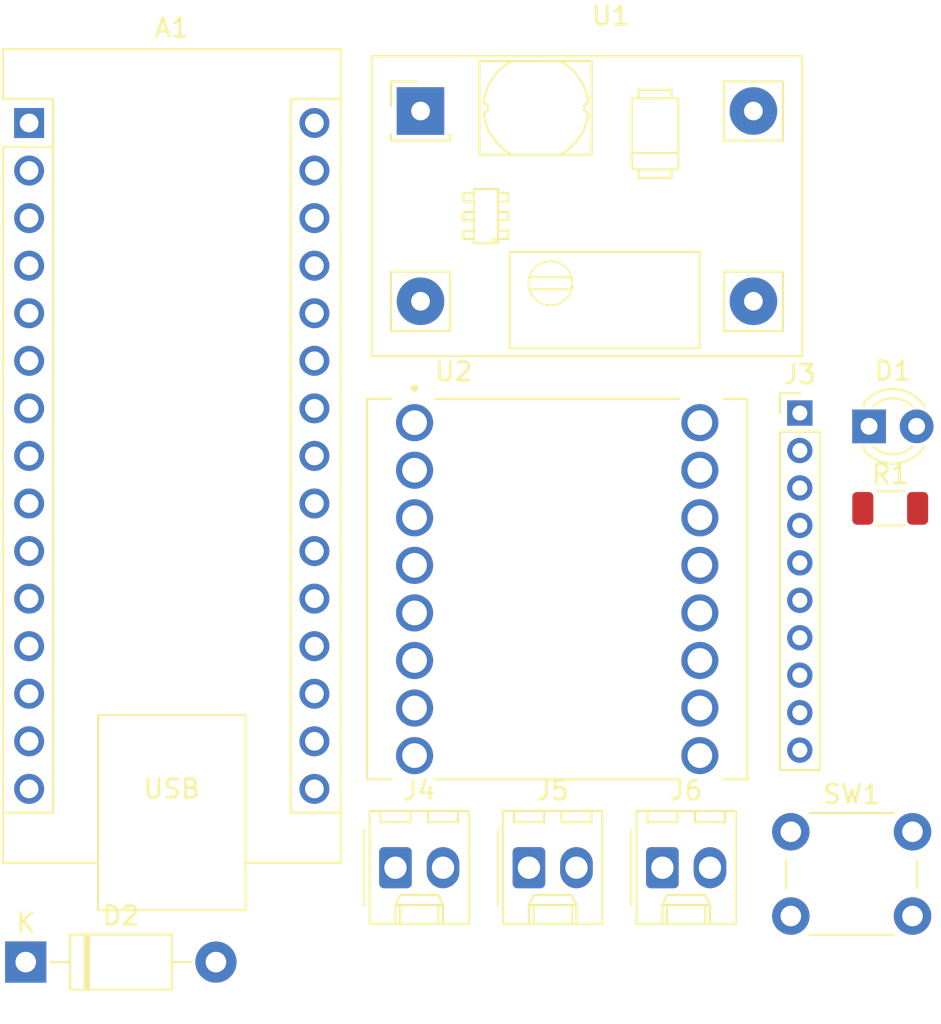
<source format=kicad_pcb>
(kicad_pcb (version 20240108) (generator "pcbnew") (generator_version "8.0")
  (layers (0 "F.Cu" signal) (31 "B.Cu" signal) (34 "B.Paste" user) (35 "F.Paste" user) (36 "B.SilkS" user "B.Silkscreen") (37 "F.SilkS" user "F.Silkscreen") (38 "B.Mask" user) (39 "F.Mask" user) (44 "Edge.Cuts" user))
  (net 0 "")
  (net 1 "Net-(A1-A2)")
  (net 2 "Net-(A1-D3)")
  (net 4 "+7.5V")
  (net 5 "/AIN1")
  (net 6 "Net-(A1-A3)")
  (net 7 "Net-(A1-A5)")
  (net 8 "Net-(A1-A6)")
  (net 12 "Net-(A1-A4)")
  (net 13 "+5V")
  (net 14 "/BIN1")
  (net 15 "GND")
  (net 16 "Net-(A1-A7)")
  (net 18 "Net-(A1-A1)")
  (net 19 "/PWMB")
  (net 20 "Net-(A1-D4)")
  (net 21 "/AIN2")
  (net 22 "/BIN2")
  (net 24 "/PWMA")
  (net 25 "Net-(A1-A0)")
  (net 27 "/STBY")
  (net 30 "Net-(D1-A)")
  (net 31 "Net-(D2-K)")
  (net 32 "Net-(D2-A)")
  (net 33 "Net-(J4-Pin_1)")
  (net 34 "Net-(J4-Pin_2)")
  (net 35 "Net-(J6-Pin_2)")
  (net 36 "Net-(J6-Pin_1)")
  (net 37 "VCC")
  (footprint "Module:Arduino_Nano" (layer "F.Cu") (at 59.31 55.65)
    (property "Reference" "A1" (at 7.62 -5.08 0) (layer "F.SilkS"))
    (property "Value" "Arduino_Nano_v2.x")
    (fp_line (start -1.4 -3.94) (end -1.4 -1.27) (stroke (width 0.12)) (layer "F.SilkS"))
    (fp_line (start -1.4 1.27) (end -1.4 39.5) (stroke (width 0.12)) (layer "F.SilkS"))
    (fp_line (start -1.4 39.5) (end 3.68 39.5) (stroke (width 0.12)) (layer "F.SilkS"))
    (fp_line (start 1.27 -1.27) (end -1.4 -1.27) (stroke (width 0.12)) (layer "F.SilkS"))
    (fp_line (start 1.27 1.27) (end -1.4 1.27) (stroke (width 0.12)) (layer "F.SilkS"))
    (fp_line (start 1.27 1.27) (end 1.27 -1.27) (stroke (width 0.12)) (layer "F.SilkS"))
    (fp_line (start 1.27 1.27) (end 1.27 36.83) (stroke (width 0.12)) (layer "F.SilkS"))
    (fp_line (start 1.27 36.83) (end -1.4 36.83) (stroke (width 0.12)) (layer "F.SilkS"))
    (fp_line (start 3.68 31.62) (end 11.56 31.62) (stroke (width 0.12)) (layer "F.SilkS"))
    (fp_line (start 3.68 42.04) (end 3.68 31.62) (stroke (width 0.12)) (layer "F.SilkS"))
    (fp_line (start 11.56 31.62) (end 11.56 42.04) (stroke (width 0.12)) (layer "F.SilkS"))
    (fp_line (start 11.56 42.04) (end 3.68 42.04) (stroke (width 0.12)) (layer "F.SilkS"))
    (fp_line (start 13.97 -1.27) (end 13.97 36.83) (stroke (width 0.12)) (layer "F.SilkS"))
    (fp_line (start 13.97 -1.27) (end 16.64 -1.27) (stroke (width 0.12)) (layer "F.SilkS"))
    (fp_line (start 13.97 36.83) (end 16.64 36.83) (stroke (width 0.12)) (layer "F.SilkS"))
    (fp_line (start 16.64 -3.94) (end -1.4 -3.94) (stroke (width 0.12)) (layer "F.SilkS"))
    (fp_line (start 16.64 39.5) (end 11.56 39.5) (stroke (width 0.12)) (layer "F.SilkS"))
    (fp_line (start 16.64 39.5) (end 16.64 -3.94) (stroke (width 0.12)) (layer "F.SilkS"))
    (fp_text user "USB" (at 7.62 35.56 0) (layer "F.SilkS"))
    (pad "1" thru_hole rect (at 0 0) (size 1.6 1.6) (drill 1) (layers "*.Cu" "*.Mask"))
    (pad "2" thru_hole oval (at 0 2.54) (size 1.6 1.6) (drill 1) (layers "*.Cu" "*.Mask"))
    (pad "3" thru_hole oval (at 0 5.08) (size 1.6 1.6) (drill 1) (layers "*.Cu" "*.Mask"))
    (pad "4" thru_hole oval (at 0 7.62) (size 1.6 1.6) (drill 1) (layers "*.Cu" "*.Mask") (net 15 "GND"))
    (pad "5" thru_hole oval (at 0 10.16) (size 1.6 1.6) (drill 1) (layers "*.Cu" "*.Mask"))
    (pad "6" thru_hole oval (at 0 12.7) (size 1.6 1.6) (drill 1) (layers "*.Cu" "*.Mask") (net 2 "Net-(A1-D3)"))
    (pad "7" thru_hole oval (at 0 15.24) (size 1.6 1.6) (drill 1) (layers "*.Cu" "*.Mask") (net 20 "Net-(A1-D4)"))
    (pad "8" thru_hole oval (at 0 17.78) (size 1.6 1.6) (drill 1) (layers "*.Cu" "*.Mask"))
    (pad "9" thru_hole oval (at 0 20.32) (size 1.6 1.6) (drill 1) (layers "*.Cu" "*.Mask") (net 24 "/PWMA"))
    (pad "10" thru_hole oval (at 0 22.86) (size 1.6 1.6) (drill 1) (layers "*.Cu" "*.Mask") (net 21 "/AIN2"))
    (pad "11" thru_hole oval (at 0 25.4) (size 1.6 1.6) (drill 1) (layers "*.Cu" "*.Mask") (net 5 "/AIN1"))
    (pad "12" thru_hole oval (at 0 27.94) (size 1.6 1.6) (drill 1) (layers "*.Cu" "*.Mask") (net 14 "/BIN1"))
    (pad "13" thru_hole oval (at 0 30.48) (size 1.6 1.6) (drill 1) (layers "*.Cu" "*.Mask") (net 22 "/BIN2"))
    (pad "14" thru_hole oval (at 0 33.02) (size 1.6 1.6) (drill 1) (layers "*.Cu" "*.Mask") (net 19 "/PWMB"))
    (pad "15" thru_hole oval (at 0 35.56) (size 1.6 1.6) (drill 1) (layers "*.Cu" "*.Mask") (net 27 "/STBY"))
    (pad "16" thru_hole oval (at 15.24 35.56) (size 1.6 1.6) (drill 1) (layers "*.Cu" "*.Mask"))
    (pad "17" thru_hole oval (at 15.24 33.02) (size 1.6 1.6) (drill 1) (layers "*.Cu" "*.Mask"))
    (pad "18" thru_hole oval (at 15.24 30.48) (size 1.6 1.6) (drill 1) (layers "*.Cu" "*.Mask"))
    (pad "19" thru_hole oval (at 15.24 27.94) (size 1.6 1.6) (drill 1) (layers "*.Cu" "*.Mask") (net 25 "Net-(A1-A0)"))
    (pad "20" thru_hole oval (at 15.24 25.4) (size 1.6 1.6) (drill 1) (layers "*.Cu" "*.Mask") (net 18 "Net-(A1-A1)"))
    (pad "21" thru_hole oval (at 15.24 22.86) (size 1.6 1.6) (drill 1) (layers "*.Cu" "*.Mask") (net 1 "Net-(A1-A2)"))
    (pad "22" thru_hole oval (at 15.24 20.32) (size 1.6 1.6) (drill 1) (layers "*.Cu" "*.Mask") (net 6 "Net-(A1-A3)"))
    (pad "23" thru_hole oval (at 15.24 17.78) (size 1.6 1.6) (drill 1) (layers "*.Cu" "*.Mask") (net 12 "Net-(A1-A4)"))
    (pad "24" thru_hole oval (at 15.24 15.24) (size 1.6 1.6) (drill 1) (layers "*.Cu" "*.Mask") (net 7 "Net-(A1-A5)"))
    (pad "25" thru_hole oval (at 15.24 12.7) (size 1.6 1.6) (drill 1) (layers "*.Cu" "*.Mask") (net 8 "Net-(A1-A6)"))
    (pad "26" thru_hole oval (at 15.24 10.16) (size 1.6 1.6) (drill 1) (layers "*.Cu" "*.Mask") (net 16 "Net-(A1-A7)"))
    (pad "27" thru_hole oval (at 15.24 7.62) (size 1.6 1.6) (drill 1) (layers "*.Cu" "*.Mask") (net 13 "+5V"))
    (pad "28" thru_hole oval (at 15.24 5.08) (size 1.6 1.6) (drill 1) (layers "*.Cu" "*.Mask"))
    (pad "29" thru_hole oval (at 15.24 2.54) (size 1.6 1.6) (drill 1) (layers "*.Cu" "*.Mask") (net 15 "GND"))
    (pad "30" thru_hole oval (at 15.24 0) (size 1.6 1.6) (drill 1) (layers "*.Cu" "*.Mask") (net 4 "+7.5V"))
  )
  (footprint "Connector_Molex:Molex_KK-254_AE-6410-02A_1x02_P2.54mm_Vertical" (layer "F.Cu") (at 78.88 95.42)
    (property "Reference" "J4" (at 1.27 -4.12 0) (layer "F.SilkS"))
    (property "Value" "Motor2")
    (fp_line (start -1.67 -2) (end -1.67 2) (stroke (width 0.12)) (layer "F.SilkS"))
    (fp_line (start -1.38 -3.03) (end -1.38 2.99) (stroke (width 0.12)) (layer "F.SilkS"))
    (fp_line (start -1.38 2.99) (end 3.92 2.99) (stroke (width 0.12)) (layer "F.SilkS"))
    (fp_line (start -0.8 -3.03) (end -0.8 -2.43) (stroke (width 0.12)) (layer "F.SilkS"))
    (fp_line (start -0.8 -2.43) (end 0.8 -2.43) (stroke (width 0.12)) (layer "F.SilkS"))
    (fp_line (start 0 1.99) (end 0.25 1.46) (stroke (width 0.12)) (layer "F.SilkS"))
    (fp_line (start 0 1.99) (end 2.54 1.99) (stroke (width 0.12)) (layer "F.SilkS"))
    (fp_line (start 0 2.99) (end 0 1.99) (stroke (width 0.12)) (layer "F.SilkS"))
    (fp_line (start 0.25 1.46) (end 2.29 1.46) (stroke (width 0.12)) (layer "F.SilkS"))
    (fp_line (start 0.25 2.99) (end 0.25 1.99) (stroke (width 0.12)) (layer "F.SilkS"))
    (fp_line (start 0.8 -2.43) (end 0.8 -3.03) (stroke (width 0.12)) (layer "F.SilkS"))
    (fp_line (start 1.74 -3.03) (end 1.74 -2.43) (stroke (width 0.12)) (layer "F.SilkS"))
    (fp_line (start 1.74 -2.43) (end 3.34 -2.43) (stroke (width 0.12)) (layer "F.SilkS"))
    (fp_line (start 2.29 1.46) (end 2.54 1.99) (stroke (width 0.12)) (layer "F.SilkS"))
    (fp_line (start 2.29 2.99) (end 2.29 1.99) (stroke (width 0.12)) (layer "F.SilkS"))
    (fp_line (start 2.54 1.99) (end 2.54 2.99) (stroke (width 0.12)) (layer "F.SilkS"))
    (fp_line (start 3.34 -2.43) (end 3.34 -3.03) (stroke (width 0.12)) (layer "F.SilkS"))
    (fp_line (start 3.92 -3.03) (end -1.38 -3.03) (stroke (width 0.12)) (layer "F.SilkS"))
    (fp_line (start 3.92 2.99) (end 3.92 -3.03) (stroke (width 0.12)) (layer "F.SilkS"))
    (pad "1" thru_hole roundrect (at 0 0) (size 1.74 2.19) (drill 1.19) (layers "*.Cu" "*.Mask") (roundrect_rratio 0.143678) (net 33 "Net-(J4-Pin_1)"))
    (pad "2" thru_hole oval (at 2.54 0) (size 1.74 2.19) (drill 1.19) (layers "*.Cu" "*.Mask") (net 34 "Net-(J4-Pin_2)"))
  )
  (footprint "LED_THT:LED_D3.0mm" (layer "F.Cu") (at 104.18 71.85)
    (property "Reference" "D1" (at 1.27 -2.96 0) (layer "F.SilkS"))
    (property "Value" "LED")
    (fp_line (start -0.29 -1.236) (end -0.29 -1.08) (stroke (width 0.12)) (layer "F.SilkS"))
    (fp_line (start -0.29 1.08) (end -0.29 1.236) (stroke (width 0.12)) (layer "F.SilkS"))
    (fp_arc (start -0.29 -1.235516) (mid 1.365624 -1.987701) (end 2.941397 -1.080061) (stroke (width 0.12)) (layer "F.SilkS"))
    (fp_arc (start 0.229039 -1.08) (mid 1.269965 -1.5) (end 2.31091 -1.080049) (stroke (width 0.12)) (layer "F.SilkS"))
    (fp_arc (start 2.31091 1.080049) (mid 1.269965 1.5) (end 0.229039 1.08) (stroke (width 0.12)) (layer "F.SilkS"))
    (fp_arc (start 2.941397 1.080061) (mid 1.365624 1.987701) (end -0.29 1.235516) (stroke (width 0.12)) (layer "F.SilkS"))
    (pad "1" thru_hole rect (at 0 0) (size 1.8 1.8) (drill 0.9) (layers "*.Cu" "*.Mask") (net 15 "GND"))
    (pad "2" thru_hole circle (at 2.54 0) (size 1.8 1.8) (drill 0.9) (layers "*.Cu" "*.Mask") (net 30 "Net-(D1-A)"))
  )
  (footprint "KiCad:YAAJ_DCDC_StepUp_SX1308" (layer "F.Cu") (at 80.22 55.01)
    (property "Reference" "U1" (at 10.16 -5.08 0) (layer "F.SilkS"))
    (property "Value" "YAAJ_DCDC_StepUp_SX1308")
    (fp_line (start -2.61 -2.92) (end -2.61 13.08) (stroke (width 0.12)) (layer "F.SilkS"))
    (fp_line (start -2.61 13.08) (end 20.39 13.08) (stroke (width 0.12)) (layer "F.SilkS"))
    (fp_line (start -1.58 -1.58) (end -0.25 -1.58) (stroke (width 0.12)) (layer "F.SilkS"))
    (fp_line (start -1.58 -0.25) (end -1.58 -1.58) (stroke (width 0.12)) (layer "F.SilkS"))
    (fp_line (start -1.58 1.27) (end -1.58 1.58) (stroke (width 0.12)) (layer "F.SilkS"))
    (fp_line (start -1.58 1.58) (end 1.58 1.58) (stroke (width 0.12)) (layer "F.SilkS"))
    (fp_line (start -1.58 8.58) (end 1.58 8.58) (stroke (width 0.12)) (layer "F.SilkS"))
    (fp_line (start -1.58 11.74) (end -1.58 8.58) (stroke (width 0.12)) (layer "F.SilkS"))
    (fp_line (start -1.58 11.74) (end 1.58 11.74) (stroke (width 0.12)) (layer "F.SilkS"))
    (fp_line (start 1.58 1.27) (end 1.58 1.58) (stroke (width 0.12)) (layer "F.SilkS"))
    (fp_line (start 1.58 8.58) (end 1.58 11.74) (stroke (width 0.12)) (layer "F.SilkS"))
    (fp_line (start 2.291477 4.393553) (end 2.291477 4.833553) (stroke (width 0.12)) (layer "F.SilkS"))
    (fp_line (start 2.291477 4.393553) (end 2.841477 4.393553) (stroke (width 0.12)) (layer "F.SilkS"))
    (fp_line (start 2.291477 4.833553) (end 2.841477 4.833553) (stroke (width 0.12)) (layer "F.SilkS"))
    (fp_line (start 2.291477 5.393553) (end 2.291477 5.833553) (stroke (width 0.12)) (layer "F.SilkS"))
    (fp_line (start 2.291477 6.393553) (end 2.291477 6.833553) (stroke (width 0.12)) (layer "F.SilkS"))
    (fp_line (start 2.291477 6.393553) (end 2.841477 6.393553) (stroke (width 0.12)) (layer "F.SilkS"))
    (fp_line (start 2.291477 6.833553) (end 2.841477 6.833553) (stroke (width 0.12)) (layer "F.SilkS"))
    (fp_line (start 2.841477 5.393553) (end 2.291477 5.393553) (stroke (width 0.12)) (layer "F.SilkS"))
    (fp_line (start 2.841477 5.833553) (end 2.291477 5.833553) (stroke (width 0.12)) (layer "F.SilkS"))
    (fp_line (start 2.841477 7.063553) (end 2.841477 4.163553) (stroke (width 0.12)) (layer "F.SilkS"))
    (fp_line (start 3.14 -2.67) (end 3.14 2.33) (stroke (width 0.12)) (layer "F.SilkS"))
    (fp_line (start 3.14 -2.67) (end 9.14 -2.67) (stroke (width 0.12)) (layer "F.SilkS"))
    (fp_line (start 4.141477 4.163553) (end 2.841477 4.163553) (stroke (width 0.12)) (layer "F.SilkS"))
    (fp_line (start 4.141477 7.063553) (end 2.841477 7.063553) (stroke (width 0.12)) (layer "F.SilkS"))
    (fp_line (start 4.141477 7.063553) (end 4.141477 4.163553) (stroke (width 0.12)) (layer "F.SilkS"))
    (fp_line (start 4.506786 5.833553) (end 4.141477 5.833553) (stroke (width 0.12)) (layer "F.SilkS"))
    (fp_line (start 4.691477 4.393553) (end 4.141477 4.393553) (stroke (width 0.12)) (layer "F.SilkS"))
    (fp_line (start 4.691477 4.393553) (end 4.691477 4.833553) (stroke (width 0.12)) (layer "F.SilkS"))
    (fp_line (start 4.691477 4.833553) (end 4.141477 4.833553) (stroke (width 0.12)) (layer "F.SilkS"))
    (fp_line (start 4.691477 5.393553) (end 4.141477 5.393553) (stroke (width 0.12)) (layer "F.SilkS"))
    (fp_line (start 4.691477 5.393553) (end 4.691477 5.833553) (stroke (width 0.12)) (layer "F.SilkS"))
    (fp_line (start 4.691477 5.833553) (end 4.543494 5.833553) (stroke (width 0.12)) (layer "F.SilkS"))
    (fp_line (start 4.691477 6.393553) (end 4.141477 6.393553) (stroke (width 0.12)) (layer "F.SilkS"))
    (fp_line (start 4.691477 6.393553) (end 4.691477 6.833553) (stroke (width 0.12)) (layer "F.SilkS"))
    (fp_line (start 4.691477 6.833553) (end 4.141477 6.833553) (stroke (width 0.12)) (layer "F.SilkS"))
    (fp_line (start 4.760943 12.627113) (end 4.760943 7.577113) (stroke (width 0.12)) (layer "F.SilkS"))
    (fp_line (start 4.810943 7.527113) (end 14.860943 7.527113) (stroke (width 0.12)) (layer "F.SilkS"))
    (fp_line (start 5.825 9.525) (end 8.05 9.525) (stroke (width 0.12)) (layer "F.SilkS"))
    (fp_line (start 6.673726 -2.671) (end 6.646803 -2.671) (stroke (width 0.12)) (layer "F.SilkS"))
    (fp_line (start 6.723726 -2.671) (end 6.703353 -2.671) (stroke (width 0.12)) (layer "F.SilkS"))
    (fp_line (start 7.161226 -2.671) (end 7.047764 -2.671) (stroke (width 0.12)) (layer "F.SilkS"))
    (fp_line (start 8.05 8.877113) (end 5.825 8.875) (stroke (width 0.12)) (layer "F.SilkS"))
    (fp_line (start 9.14 2.33) (end 3.14 2.33) (stroke (width 0.12)) (layer "F.SilkS"))
    (fp_line (start 9.14 2.33) (end 9.14 -2.67) (stroke (width 0.12)) (layer "F.SilkS"))
    (fp_line (start 11.274314 3.01979) (end 11.274314 -0.580209) (stroke (width 0.12)) (layer "F.SilkS"))
    (fp_line (start 11.374314 -0.680209) (end 13.674314 -0.680209) (stroke (width 0.12)) (layer "F.SilkS"))
    (fp_line (start 11.649314 -1.130209) (end 13.399314 -1.130209) (stroke (width 0.12)) (layer "F.SilkS"))
    (fp_line (start 11.649314 -0.680209) (end 11.649314 -1.130209) (stroke (width 0.12)) (layer "F.SilkS"))
    (fp_line (start 11.649314 3.56979) (end 11.649314 3.11979) (stroke (width 0.12)) (layer "F.SilkS"))
    (fp_line (start 13.399314 -1.130209) (end 13.399314 -0.680209) (stroke (width 0.12)) (layer "F.SilkS"))
    (fp_line (start 13.399314 3.11979) (end 13.399314 3.56979) (stroke (width 0.12)) (layer "F.SilkS"))
    (fp_line (start 13.399314 3.56979) (end 11.649314 3.56979) (stroke (width 0.12)) (layer "F.SilkS"))
    (fp_line (start 13.674314 2.249512) (end 11.374314 2.249512) (stroke (width 0.12)) (layer "F.SilkS"))
    (fp_line (start 13.674314 3.11979) (end 11.374314 3.11979) (stroke (width 0.12)) (layer "F.SilkS"))
    (fp_line (start 13.774314 -0.580209) (end 13.774314 3.01979) (stroke (width 0.12)) (layer "F.SilkS"))
    (fp_line (start 14.860943 12.677113) (end 4.810943 12.677113) (stroke (width 0.12)) (layer "F.SilkS"))
    (fp_line (start 14.910943 7.577113) (end 14.910943 12.627113) (stroke (width 0.12)) (layer "F.SilkS"))
    (fp_line (start 16.2 -1.58) (end 19.36 -1.58) (stroke (width 0.12)) (layer "F.SilkS"))
    (fp_line (start 16.2 1.58) (end 16.2 -1.58) (stroke (width 0.12)) (layer "F.SilkS"))
    (fp_line (start 16.2 1.58) (end 19.36 1.58) (stroke (width 0.12)) (layer "F.SilkS"))
    (fp_line (start 16.2 8.58) (end 19.36 8.58) (stroke (width 0.12)) (layer "F.SilkS"))
    (fp_line (start 16.2 11.74) (end 16.2 8.58) (stroke (width 0.12)) (layer "F.SilkS"))
    (fp_line (start 16.2 11.74) (end 19.36 11.74) (stroke (width 0.12)) (layer "F.SilkS"))
    (fp_line (start 19.36 -1.58) (end 19.36 1.58) (stroke (width 0.12)) (layer "F.SilkS"))
    (fp_line (start 19.36 8.58) (end 19.36 11.74) (stroke (width 0.12)) (layer "F.SilkS"))
    (fp_line (start 20.39 -2.92) (end -2.61 -2.92) (stroke (width 0.12)) (layer "F.SilkS"))
    (fp_line (start 20.39 13.08) (end 20.39 -2.92) (stroke (width 0.12)) (layer "F.SilkS"))
    (fp_arc (start 3.379787 -0.41975) (mid 3.618626 -0.17) (end 3.379788 0.07975) (stroke (width 0.12)) (layer "F.SilkS"))
    (fp_arc (start 3.379789 -0.41975) (mid 3.852142 -1.74286) (end 4.907675 -2.669999) (stroke (width 0.12)) (layer "F.SilkS"))
    (fp_arc (start 4.760943 7.577113) (mid 4.775588 7.541758) (end 4.810943 7.527113) (stroke (width 0.12)) (layer "F.SilkS"))
    (fp_arc (start 4.810943 12.677113) (mid 4.775588 12.662468) (end 4.760943 12.627113) (stroke (width 0.12)) (layer "F.SilkS"))
    (fp_arc (start 4.907674 2.329999) (mid 3.852141 1.40286) (end 3.379788 0.07975) (stroke (width 0.12)) (layer "F.SilkS"))
    (fp_arc (start 7.42958 -2.669999) (mid 8.485113 -1.74286) (end 8.957466 -0.41975) (stroke (width 0.12)) (layer "F.SilkS"))
    (fp_arc (start 8.957465 0.07975) (mid 8.485112 1.40286) (end 7.429579 2.329999) (stroke (width 0.12)) (layer "F.SilkS"))
    (fp_arc (start 8.957467 0.07975) (mid 8.718628 -0.17) (end 8.957466 -0.41975) (stroke (width 0.12)) (layer "F.SilkS"))
    (fp_arc (start 11.274314 -0.580209) (mid 11.303603 -0.65092) (end 11.374314 -0.680209) (stroke (width 0.12)) (layer "F.SilkS"))
    (fp_arc (start 11.374314 3.11979) (mid 11.303603 3.090501) (end 11.274314 3.01979) (stroke (width 0.12)) (layer "F.SilkS"))
    (fp_arc (start 13.674314 -0.680209) (mid 13.745025 -0.65092) (end 13.774314 -0.580209) (stroke (width 0.12)) (layer "F.SilkS"))
    (fp_arc (start 13.774314 3.01979) (mid 13.745025 3.090501) (end 13.674314 3.11979) (stroke (width 0.12)) (layer "F.SilkS"))
    (fp_arc (start 14.860943 7.527113) (mid 14.896298 7.541758) (end 14.910943 7.577113) (stroke (width 0.12)) (layer "F.SilkS"))
    (fp_arc (start 14.910943 12.627113) (mid 14.896298 12.662468) (end 14.860943 12.677113) (stroke (width 0.12)) (layer "F.SilkS"))
    (fp_circle (center 3.959633 6.873791) (end 4.019821 6.873791) (stroke (width 0.12)) (fill none) (layer "F.SilkS"))
    (fp_circle (center 6.935943 9.202113) (end 8.110943 9.202113) (stroke (width 0.1)) (fill none) (layer "F.SilkS"))
    (pad "1" thru_hole rect (at 0 0) (size 2.54 2.54) (drill 1) (layers "*.Cu" "*.Mask") (net 4 "+7.5V"))
    (pad "2" thru_hole circle (at 0 10.16) (size 2.54 2.54) (drill 1) (layers "*.Cu" "*.Mask") (net 15 "GND"))
    (pad "3" thru_hole circle (at 17.78 10.16) (size 2.54 2.54) (drill 1) (layers "*.Cu" "*.Mask") (net 15 "GND"))
    (pad "4" thru_hole circle (at 17.78 0) (size 2.54 2.54) (drill 1) (layers "*.Cu" "*.Mask") (net 37 "VCC"))
  )
  (footprint "Connector_Molex:Molex_KK-254_AE-6410-02A_1x02_P2.54mm_Vertical" (layer "F.Cu") (at 93.14 95.42)
    (property "Reference" "J6" (at 1.27 -4.12 0) (layer "F.SilkS"))
    (property "Value" "Motor2")
    (fp_line (start -1.67 -2) (end -1.67 2) (stroke (width 0.12)) (layer "F.SilkS"))
    (fp_line (start -1.38 -3.03) (end -1.38 2.99) (stroke (width 0.12)) (layer "F.SilkS"))
    (fp_line (start -1.38 2.99) (end 3.92 2.99) (stroke (width 0.12)) (layer "F.SilkS"))
    (fp_line (start -0.8 -3.03) (end -0.8 -2.43) (stroke (width 0.12)) (layer "F.SilkS"))
    (fp_line (start -0.8 -2.43) (end 0.8 -2.43) (stroke (width 0.12)) (layer "F.SilkS"))
    (fp_line (start 0 1.99) (end 0.25 1.46) (stroke (width 0.12)) (layer "F.SilkS"))
    (fp_line (start 0 1.99) (end 2.54 1.99) (stroke (width 0.12)) (layer "F.SilkS"))
    (fp_line (start 0 2.99) (end 0 1.99) (stroke (width 0.12)) (layer "F.SilkS"))
    (fp_line (start 0.25 1.46) (end 2.29 1.46) (stroke (width 0.12)) (layer "F.SilkS"))
    (fp_line (start 0.25 2.99) (end 0.25 1.99) (stroke (width 0.12)) (layer "F.SilkS"))
    (fp_line (start 0.8 -2.43) (end 0.8 -3.03) (stroke (width 0.12)) (layer "F.SilkS"))
    (fp_line (start 1.74 -3.03) (end 1.74 -2.43) (stroke (width 0.12)) (layer "F.SilkS"))
    (fp_line (start 1.74 -2.43) (end 3.34 -2.43) (stroke (width 0.12)) (layer "F.SilkS"))
    (fp_line (start 2.29 1.46) (end 2.54 1.99) (stroke (width 0.12)) (layer "F.SilkS"))
    (fp_line (start 2.29 2.99) (end 2.29 1.99) (stroke (width 0.12)) (layer "F.SilkS"))
    (fp_line (start 2.54 1.99) (end 2.54 2.99) (stroke (width 0.12)) (layer "F.SilkS"))
    (fp_line (start 3.34 -2.43) (end 3.34 -3.03) (stroke (width 0.12)) (layer "F.SilkS"))
    (fp_line (start 3.92 -3.03) (end -1.38 -3.03) (stroke (width 0.12)) (layer "F.SilkS"))
    (fp_line (start 3.92 2.99) (end 3.92 -3.03) (stroke (width 0.12)) (layer "F.SilkS"))
    (pad "1" thru_hole roundrect (at 0 0) (size 1.74 2.19) (drill 1.19) (layers "*.Cu" "*.Mask") (roundrect_rratio 0.143678) (net 36 "Net-(J6-Pin_1)"))
    (pad "2" thru_hole oval (at 2.54 0) (size 1.74 2.19) (drill 1.19) (layers "*.Cu" "*.Mask") (net 35 "Net-(J6-Pin_2)"))
  )
  (footprint "Connector_PinHeader_2.00mm:PinHeader_1x10_P2.00mm_Vertical" (layer "F.Cu") (at 100.48 71.14)
    (property "Reference" "J3" (at 0 -2.06 0) (layer "F.SilkS"))
    (property "Value" "Conn_01x10_Pin")
    (fp_line (start -1.06 -1.06) (end 0 -1.06) (stroke (width 0.12)) (layer "F.SilkS"))
    (fp_line (start -1.06 0) (end -1.06 -1.06) (stroke (width 0.12)) (layer "F.SilkS"))
    (fp_line (start -1.06 1) (end -1.06 19.06) (stroke (width 0.12)) (layer "F.SilkS"))
    (fp_line (start -1.06 1) (end 1.06 1) (stroke (width 0.12)) (layer "F.SilkS"))
    (fp_line (start -1.06 19.06) (end 1.06 19.06) (stroke (width 0.12)) (layer "F.SilkS"))
    (fp_line (start 1.06 1) (end 1.06 19.06) (stroke (width 0.12)) (layer "F.SilkS"))
    (pad "1" thru_hole rect (at 0 0) (size 1.35 1.35) (drill 0.8) (layers "*.Cu" "*.Mask") (net 15 "GND"))
    (pad "2" thru_hole oval (at 0 2) (size 1.35 1.35) (drill 0.8) (layers "*.Cu" "*.Mask") (net 13 "+5V"))
    (pad "3" thru_hole oval (at 0 4) (size 1.35 1.35) (drill 0.8) (layers "*.Cu" "*.Mask") (net 16 "Net-(A1-A7)"))
    (pad "4" thru_hole oval (at 0 6) (size 1.35 1.35) (drill 0.8) (layers "*.Cu" "*.Mask") (net 8 "Net-(A1-A6)"))
    (pad "5" thru_hole oval (at 0 8) (size 1.35 1.35) (drill 0.8) (layers "*.Cu" "*.Mask") (net 7 "Net-(A1-A5)"))
    (pad "6" thru_hole oval (at 0 10) (size 1.35 1.35) (drill 0.8) (layers "*.Cu" "*.Mask") (net 12 "Net-(A1-A4)"))
    (pad "7" thru_hole oval (at 0 12) (size 1.35 1.35) (drill 0.8) (layers "*.Cu" "*.Mask") (net 6 "Net-(A1-A3)"))
    (pad "8" thru_hole oval (at 0 14) (size 1.35 1.35) (drill 0.8) (layers "*.Cu" "*.Mask") (net 1 "Net-(A1-A2)"))
    (pad "9" thru_hole oval (at 0 16) (size 1.35 1.35) (drill 0.8) (layers "*.Cu" "*.Mask") (net 18 "Net-(A1-A1)"))
    (pad "10" thru_hole oval (at 0 18) (size 1.35 1.35) (drill 0.8) (layers "*.Cu" "*.Mask") (net 25 "Net-(A1-A0)"))
  )
  (footprint "Resistor_SMD:R_1206_3216Metric" (layer "F.Cu") (at 105.31 76.23)
    (property "Reference" "R1" (at 0 -1.82 0) (layer "F.SilkS"))
    (property "Value" "180")
    (fp_line (start -0.727064 -0.91) (end 0.727064 -0.91) (stroke (width 0.12)) (layer "F.SilkS"))
    (fp_line (start -0.727064 0.91) (end 0.727064 0.91) (stroke (width 0.12)) (layer "F.SilkS"))
    (pad "1" smd roundrect (at -1.4625 0) (size 1.125 1.75) (layers "F.Cu" "F.Paste" "F.Mask") (roundrect_rratio 0.222222) (net 30 "Net-(D1-A)"))
    (pad "2" smd roundrect (at 1.4625 0) (size 1.125 1.75) (layers "F.Cu" "F.Paste" "F.Mask") (roundrect_rratio 0.222222) (net 2 "Net-(A1-D3)"))
  )
  (footprint "Connector_Molex:Molex_KK-254_AE-6410-02A_1x02_P2.54mm_Vertical" (layer "F.Cu") (at 86.01 95.42)
    (property "Reference" "J5" (at 1.27 -4.12 0) (layer "F.SilkS"))
    (property "Value" "molex macho 2P")
    (fp_line (start -1.67 -2) (end -1.67 2) (stroke (width 0.12)) (layer "F.SilkS"))
    (fp_line (start -1.38 -3.03) (end -1.38 2.99) (stroke (width 0.12)) (layer "F.SilkS"))
    (fp_line (start -1.38 2.99) (end 3.92 2.99) (stroke (width 0.12)) (layer "F.SilkS"))
    (fp_line (start -0.8 -3.03) (end -0.8 -2.43) (stroke (width 0.12)) (layer "F.SilkS"))
    (fp_line (start -0.8 -2.43) (end 0.8 -2.43) (stroke (width 0.12)) (layer "F.SilkS"))
    (fp_line (start 0 1.99) (end 0.25 1.46) (stroke (width 0.12)) (layer "F.SilkS"))
    (fp_line (start 0 1.99) (end 2.54 1.99) (stroke (width 0.12)) (layer "F.SilkS"))
    (fp_line (start 0 2.99) (end 0 1.99) (stroke (width 0.12)) (layer "F.SilkS"))
    (fp_line (start 0.25 1.46) (end 2.29 1.46) (stroke (width 0.12)) (layer "F.SilkS"))
    (fp_line (start 0.25 2.99) (end 0.25 1.99) (stroke (width 0.12)) (layer "F.SilkS"))
    (fp_line (start 0.8 -2.43) (end 0.8 -3.03) (stroke (width 0.12)) (layer "F.SilkS"))
    (fp_line (start 1.74 -3.03) (end 1.74 -2.43) (stroke (width 0.12)) (layer "F.SilkS"))
    (fp_line (start 1.74 -2.43) (end 3.34 -2.43) (stroke (width 0.12)) (layer "F.SilkS"))
    (fp_line (start 2.29 1.46) (end 2.54 1.99) (stroke (width 0.12)) (layer "F.SilkS"))
    (fp_line (start 2.29 2.99) (end 2.29 1.99) (stroke (width 0.12)) (layer "F.SilkS"))
    (fp_line (start 2.54 1.99) (end 2.54 2.99) (stroke (width 0.12)) (layer "F.SilkS"))
    (fp_line (start 3.34 -2.43) (end 3.34 -3.03) (stroke (width 0.12)) (layer "F.SilkS"))
    (fp_line (start 3.92 -3.03) (end -1.38 -3.03) (stroke (width 0.12)) (layer "F.SilkS"))
    (fp_line (start 3.92 2.99) (end 3.92 -3.03) (stroke (width 0.12)) (layer "F.SilkS"))
    (pad "1" thru_hole roundrect (at 0 0) (size 1.74 2.19) (drill 1.19) (layers "*.Cu" "*.Mask") (roundrect_rratio 0.143678) (net 15 "GND"))
    (pad "2" thru_hole oval (at 2.54 0) (size 1.74 2.19) (drill 1.19) (layers "*.Cu" "*.Mask") (net 32 "Net-(D2-A)"))
  )
  (footprint "Button_Switch_THT:SW_PUSH_6mm" (layer "F.Cu") (at 100 93.5)
    (property "Reference" "SW1" (at 3.25 -2 0) (layer "F.SilkS"))
    (property "Value" "SW_Push")
    (fp_line (start -0.25 1.5) (end -0.25 3) (stroke (width 0.12)) (layer "F.SilkS"))
    (fp_line (start 1 5.5) (end 5.5 5.5) (stroke (width 0.12)) (layer "F.SilkS"))
    (fp_line (start 5.5 -1) (end 1 -1) (stroke (width 0.12)) (layer "F.SilkS"))
    (fp_line (start 6.75 3) (end 6.75 1.5) (stroke (width 0.12)) (layer "F.SilkS"))
    (pad "1" thru_hole circle (at 0 0 90) (size 2 2) (drill 1.1) (layers "*.Cu" "*.Mask") (net 15 "GND"))
    (pad "1" thru_hole circle (at 6.5 0 90) (size 2 2) (drill 1.1) (layers "*.Cu" "*.Mask") (net 15 "GND"))
    (pad "2" thru_hole circle (at 0 4.5 90) (size 2 2) (drill 1.1) (layers "*.Cu" "*.Mask") (net 20 "Net-(A1-D4)"))
    (pad "2" thru_hole circle (at 6.5 4.5 90) (size 2 2) (drill 1.1) (layers "*.Cu" "*.Mask") (net 20 "Net-(A1-D4)"))
  )
  (footprint "Diode_THT:D_DO-41_SOD81_P10.16mm_Horizontal" (layer "F.Cu") (at 59.13 100.46)
    (property "Reference" "D2" (at 5.08 -2.47 0) (layer "F.SilkS"))
    (property "Value" "1N4007")
    (fp_line (start 1.34 0) (end 2.36 0) (stroke (width 0.12)) (layer "F.SilkS"))
    (fp_line (start 2.36 -1.47) (end 2.36 1.47) (stroke (width 0.12)) (layer "F.SilkS"))
    (fp_line (start 2.36 1.47) (end 7.8 1.47) (stroke (width 0.12)) (layer "F.SilkS"))
    (fp_line (start 3.14 -1.47) (end 3.14 1.47) (stroke (width 0.12)) (layer "F.SilkS"))
    (fp_line (start 3.26 -1.47) (end 3.26 1.47) (stroke (width 0.12)) (layer "F.SilkS"))
    (fp_line (start 3.38 -1.47) (end 3.38 1.47) (stroke (width 0.12)) (layer "F.SilkS"))
    (fp_line (start 7.8 -1.47) (end 2.36 -1.47) (stroke (width 0.12)) (layer "F.SilkS"))
    (fp_line (start 7.8 1.47) (end 7.8 -1.47) (stroke (width 0.12)) (layer "F.SilkS"))
    (fp_line (start 8.82 0) (end 7.8 0) (stroke (width 0.12)) (layer "F.SilkS"))
    (fp_text user "K" (at 0 -2.1 0) (layer "F.SilkS"))
    (pad "1" thru_hole rect (at 0 0) (size 2.2 2.2) (drill 1.1) (layers "*.Cu" "*.Mask") (net 31 "Net-(D2-K)"))
    (pad "2" thru_hole oval (at 10.16 0) (size 2.2 2.2) (drill 1.1) (layers "*.Cu" "*.Mask") (net 32 "Net-(D2-A)"))
  )
  (footprint "ROB-14450:MODULE_ROB-14450" (layer "F.Cu") (at 87.52 80.5432)
    (property "Reference" "U2" (at -5.5332 -11.6132 0) (layer "F.SilkS"))
    (property "Value" "ROB-14450")
    (fp_line (start -10.16 -10.16) (end -10.16 10.16) (stroke (width 0.127)) (layer "F.SilkS"))
    (fp_line (start -8.89 -10.16) (end -10.16 -10.16) (stroke (width 0.127)) (layer "F.SilkS"))
    (fp_line (start -8.89 10.16) (end -10.16 10.16) (stroke (width 0.127)) (layer "F.SilkS"))
    (fp_line (start -6.5 -10.16) (end 6.5 -10.16) (stroke (width 0.127)) (layer "F.SilkS"))
    (fp_line (start -6.5 10.16) (end 6.5 10.16) (stroke (width 0.127)) (layer "F.SilkS"))
    (fp_line (start 8.89 -10.16) (end 10.16 -10.16) (stroke (width 0.127)) (layer "F.SilkS"))
    (fp_line (start 8.89 10.16) (end 10.16 10.16) (stroke (width 0.127)) (layer "F.SilkS"))
    (fp_line (start 10.16 10.16) (end 10.16 -10.16) (stroke (width 0.127)) (layer "F.SilkS"))
    (fp_circle (center -7.62 -10.7282) (end -7.52 -10.7282) (stroke (width 0.2)) (fill none) (layer "F.SilkS"))
    (pad "1" thru_hole circle (at -7.62 -8.89) (size 1.98 1.98) (drill 1.32) (layers "*.Cu" "*.Mask") (net 37 "VCC"))
    (pad "2" thru_hole circle (at -7.62 -6.35) (size 1.98 1.98) (drill 1.32) (layers "*.Cu" "*.Mask") (net 13 "+5V"))
    (pad "3" thru_hole circle (at -7.62 -3.81) (size 1.98 1.98) (drill 1.32) (layers "*.Cu" "*.Mask") (net 15 "GND"))
    (pad "4" thru_hole circle (at -7.62 -1.27) (size 1.98 1.98) (drill 1.32) (layers "*.Cu" "*.Mask") (net 36 "Net-(J6-Pin_1)"))
    (pad "5" thru_hole circle (at -7.62 1.27) (size 1.98 1.98) (drill 1.32) (layers "*.Cu" "*.Mask") (net 35 "Net-(J6-Pin_2)"))
    (pad "6" thru_hole circle (at -7.62 3.81) (size 1.98 1.98) (drill 1.32) (layers "*.Cu" "*.Mask") (net 34 "Net-(J4-Pin_2)"))
    (pad "7" thru_hole circle (at -7.62 6.35) (size 1.98 1.98) (drill 1.32) (layers "*.Cu" "*.Mask") (net 33 "Net-(J4-Pin_1)"))
    (pad "8" thru_hole circle (at -7.62 8.89) (size 1.98 1.98) (drill 1.32) (layers "*.Cu" "*.Mask") (net 15 "GND"))
    (pad "9" thru_hole circle (at 7.62 8.89) (size 1.98 1.98) (drill 1.32) (layers "*.Cu" "*.Mask") (net 15 "GND"))
    (pad "10" thru_hole circle (at 7.62 6.35) (size 1.98 1.98) (drill 1.32) (layers "*.Cu" "*.Mask") (net 19 "/PWMB"))
    (pad "11" thru_hole circle (at 7.62 3.81) (size 1.98 1.98) (drill 1.32) (layers "*.Cu" "*.Mask") (net 22 "/BIN2"))
    (pad "12" thru_hole circle (at 7.62 1.27) (size 1.98 1.98) (drill 1.32) (layers "*.Cu" "*.Mask") (net 14 "/BIN1"))
    (pad "13" thru_hole circle (at 7.62 -1.27) (size 1.98 1.98) (drill 1.32) (layers "*.Cu" "*.Mask") (net 27 "/STBY"))
    (pad "14" thru_hole circle (at 7.62 -3.81) (size 1.98 1.98) (drill 1.32) (layers "*.Cu" "*.Mask") (net 5 "/AIN1"))
    (pad "15" thru_hole circle (at 7.62 -6.35) (size 1.98 1.98) (drill 1.32) (layers "*.Cu" "*.Mask") (net 21 "/AIN2"))
    (pad "16" thru_hole circle (at 7.62 -8.89) (size 1.98 1.98) (drill 1.32) (layers "*.Cu" "*.Mask") (net 24 "/PWMA"))
  )
)
</source>
